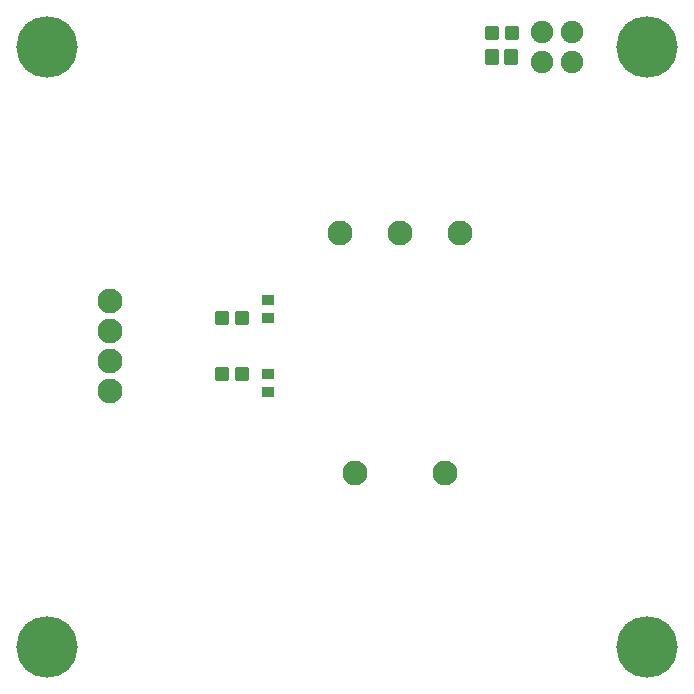
<source format=gts>
G04 Layer: TopSolderMaskLayer*
G04 EasyEDA v6.5.32, 2023-07-25 14:04:49*
G04 011ca2bd5c0445db9f1e9e00ee4858da,5a6b42c53f6a479593ecc07194224c93,10*
G04 Gerber Generator version 0.2*
G04 Scale: 100 percent, Rotated: No, Reflected: No *
G04 Dimensions in millimeters *
G04 leading zeros omitted , absolute positions ,4 integer and 5 decimal *
%FSLAX45Y45*%
%MOMM*%

%AMMACRO1*1,1,$1,$2,$3*1,1,$1,$4,$5*1,1,$1,0-$2,0-$3*1,1,$1,0-$4,0-$5*20,1,$1,$2,$3,$4,$5,0*20,1,$1,$4,$5,0-$2,0-$3,0*20,1,$1,0-$2,0-$3,0-$4,0-$5,0*20,1,$1,0-$4,0-$5,$2,$3,0*4,1,4,$2,$3,$4,$5,0-$2,0-$3,0-$4,0-$5,$2,$3,0*%
%ADD10MACRO1,0.2032X-0.45X-0.5X-0.45X0.5*%
%ADD11MACRO1,0.2032X0.5X-0.55X-0.5X-0.55*%
%ADD12MACRO1,0.2032X0.45X0.5X0.45X-0.5*%
%ADD13MACRO1,0.1016X0.432X-0.4032X-0.432X-0.4032*%
%ADD14MACRO1,0.1016X0.432X0.4032X-0.432X0.4032*%
%ADD15MACRO1,0.1016X-0.432X0.4032X0.432X0.4032*%
%ADD16MACRO1,0.1016X-0.432X-0.4032X0.432X-0.4032*%
%ADD17C,5.2032*%
%ADD18C,2.1016*%
%ADD19C,1.9016*%

%LPD*%
D10*
G01*
X4144091Y5575292D03*
G01*
X4314090Y5575292D03*
D11*
G01*
X4149092Y5372100D03*
G01*
X4309097Y5372100D03*
D12*
G01*
X2028108Y2692407D03*
G01*
X1858109Y2692407D03*
D10*
G01*
X1858091Y3162292D03*
G01*
X2028090Y3162292D03*
D13*
G01*
X2247900Y3313824D03*
D14*
G01*
X2247900Y3163175D03*
D15*
G01*
X2247900Y2540875D03*
D16*
G01*
X2247900Y2691524D03*
D17*
G01*
X381000Y5461000D03*
G01*
X5461000Y5461000D03*
G01*
X5461000Y381000D03*
G01*
X381000Y381000D03*
D18*
G01*
X910818Y2545714D03*
G01*
X910818Y3307714D03*
G01*
X910818Y3053714D03*
G01*
X910818Y2799714D03*
D19*
G01*
X4572000Y5588000D03*
G01*
X4572000Y5334000D03*
G01*
X4826000Y5334000D03*
G01*
X4826000Y5588000D03*
D18*
G01*
X2984500Y1854200D03*
G01*
X3746500Y1854200D03*
G01*
X3365500Y3886200D03*
G01*
X3873500Y3886200D03*
G01*
X2857500Y3886200D03*
M02*

</source>
